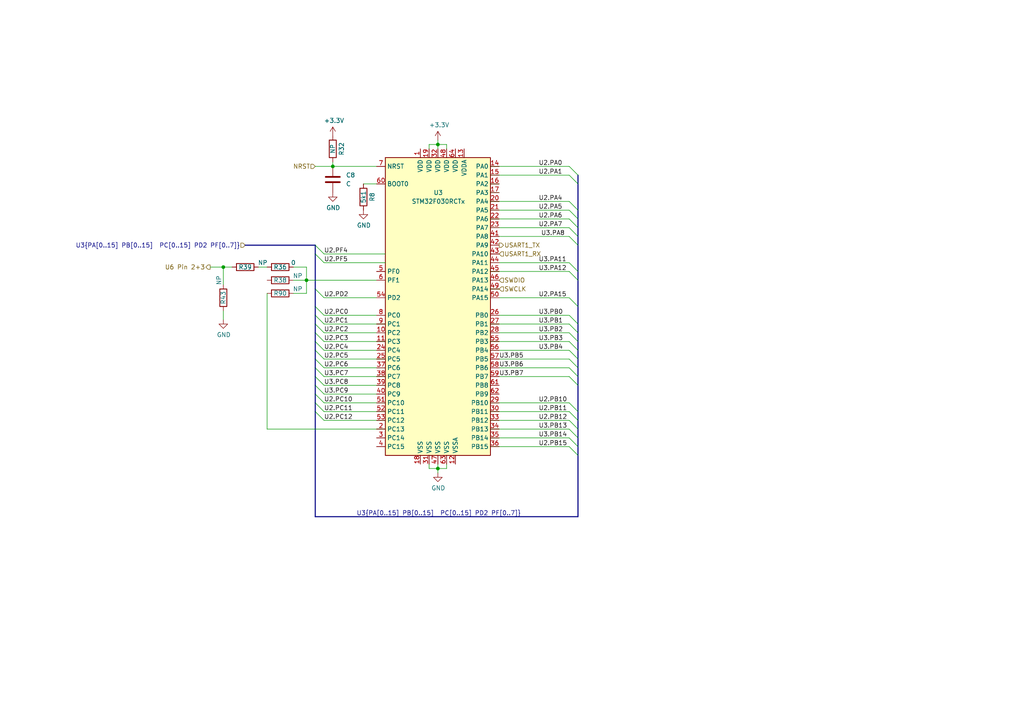
<source format=kicad_sch>
(kicad_sch (version 20211123) (generator eeschema)
  (paper "A4")
  (title_block (title "YardForce SA600H LCD CoverUI HS49067") (date "2023-08-22") (rev "0.1") (comment 1 "(c) Apehaenger") (comment 2 "For https://openmower.de") (comment 3 "PCB: WYPCB319B, WYM240128K1002") (comment 4 "LCD: WYM240128K10, 2019-12-14, HJ2818W6 A0"))
  (lib_symbols
    (symbol "Device:C" (pin_numbers hide) (pin_names (offset 0.254))
      (property "Reference" "C" (at 0.635 2.54 0))
      (property "Value" "C" (at 0.635 -2.54 0))
      (symbol "C_0_1"
        (polyline (pts (xy -2.032 -0.762) (xy 2.032 -0.762)) (stroke (width 0.508)))
        (polyline (pts (xy -2.032 0.762) (xy 2.032 0.762)) (stroke (width 0.508)))
      )
      (symbol "C_1_1"
        (pin passive line (at 0 3.81 270) (length 2.794) (name "~") (number "1"))
        (pin passive line (at 0 -3.81 90) (length 2.794) (name "~") (number "2"))
      )
    )
    (symbol "Device:R" (pin_numbers hide) (pin_names (offset 0))
      (property "Reference" "R" (at 2.032 0 90))
      (property "Value" "R" (at 0 0 90))
      (symbol "R_0_1"
        (rectangle (start -1.016 -2.54) (end 1.016 2.54) (stroke (width 0.254)))
      )
      (symbol "R_1_1"
        (pin passive line (at 0 3.81 270) (length 1.27) (name "~") (number "1"))
        (pin passive line (at 0 -3.81 90) (length 1.27) (name "~") (number "2"))
      )
    )
    (symbol "MCU_ST_STM32F0:STM32F030RCTx"
      (property "Reference" "U" (at -15.24 44.45 0))
      (property "Value" "STM32F030RCTx" (at 10.16 44.45 0))
      (symbol "STM32F030RCTx_0_1"
        (rectangle (start -15.24 -43.18) (end 15.24 43.18) (stroke (width 0.254)) (fill (type background)))
      )
      (symbol "STM32F030RCTx_1_1"
        (pin power_in line (at -5.08 45.72 270) (length 2.54) (name "VDD") (number "1"))
        (pin bidirectional line (at -17.78 -7.62 0) (length 2.54) (name "PC2") (number "10"))
        (pin bidirectional line (at -17.78 -10.16 0) (length 2.54) (name "PC3") (number "11"))
        (pin power_in line (at 5.08 -45.72 90) (length 2.54) (name "VSSA") (number "12"))
        (pin power_in line (at 7.62 45.72 270) (length 2.54) (name "VDDA") (number "13"))
        (pin bidirectional line (at 17.78 40.64 180) (length 2.54) (name "PA0") (number "14"))
        (pin bidirectional line (at 17.78 38.1 180) (length 2.54) (name "PA1") (number "15"))
        (pin bidirectional line (at 17.78 35.56 180) (length 2.54) (name "PA2") (number "16"))
        (pin bidirectional line (at 17.78 33.02 180) (length 2.54) (name "PA3") (number "17"))
        (pin power_in line (at -5.08 -45.72 90) (length 2.54) (name "VSS") (number "18"))
        (pin power_in line (at -2.54 45.72 270) (length 2.54) (name "VDD") (number "19"))
        (pin bidirectional line (at -17.78 -35.56 0) (length 2.54) (name "PC13") (number "2"))
        (pin bidirectional line (at 17.78 30.48 180) (length 2.54) (name "PA4") (number "20"))
        (pin bidirectional line (at 17.78 27.94 180) (length 2.54) (name "PA5") (number "21"))
        (pin bidirectional line (at 17.78 25.4 180) (length 2.54) (name "PA6") (number "22"))
        (pin bidirectional line (at 17.78 22.86 180) (length 2.54) (name "PA7") (number "23"))
        (pin bidirectional line (at -17.78 -12.7 0) (length 2.54) (name "PC4") (number "24"))
        (pin bidirectional line (at -17.78 -15.24 0) (length 2.54) (name "PC5") (number "25"))
        (pin bidirectional line (at 17.78 -2.54 180) (length 2.54) (name "PB0") (number "26"))
        (pin bidirectional line (at 17.78 -5.08 180) (length 2.54) (name "PB1") (number "27"))
        (pin bidirectional line (at 17.78 -7.62 180) (length 2.54) (name "PB2") (number "28"))
        (pin bidirectional line (at 17.78 -27.94 180) (length 2.54) (name "PB10") (number "29"))
        (pin bidirectional line (at -17.78 -38.1 0) (length 2.54) (name "PC14") (number "3"))
        (pin bidirectional line (at 17.78 -30.48 180) (length 2.54) (name "PB11") (number "30"))
        (pin power_in line (at -2.54 -45.72 90) (length 2.54) (name "VSS") (number "31"))
        (pin power_in line (at 0 45.72 270) (length 2.54) (name "VDD") (number "32"))
        (pin bidirectional line (at 17.78 -33.02 180) (length 2.54) (name "PB12") (number "33"))
        (pin bidirectional line (at 17.78 -35.56 180) (length 2.54) (name "PB13") (number "34"))
        (pin bidirectional line (at 17.78 -38.1 180) (length 2.54) (name "PB14") (number "35"))
        (pin bidirectional line (at 17.78 -40.64 180) (length 2.54) (name "PB15") (number "36"))
        (pin bidirectional line (at -17.78 -17.78 0) (length 2.54) (name "PC6") (number "37"))
        (pin bidirectional line (at -17.78 -20.32 0) (length 2.54) (name "PC7") (number "38"))
        (pin bidirectional line (at -17.78 -22.86 0) (length 2.54) (name "PC8") (number "39"))
        (pin bidirectional line (at -17.78 -40.64 0) (length 2.54) (name "PC15") (number "4"))
        (pin bidirectional line (at -17.78 -25.4 0) (length 2.54) (name "PC9") (number "40"))
        (pin bidirectional line (at 17.78 20.32 180) (length 2.54) (name "PA8") (number "41"))
        (pin bidirectional line (at 17.78 17.78 180) (length 2.54) (name "PA9") (number "42"))
        (pin bidirectional line (at 17.78 15.24 180) (length 2.54) (name "PA10") (number "43"))
        (pin bidirectional line (at 17.78 12.7 180) (length 2.54) (name "PA11") (number "44"))
        (pin bidirectional line (at 17.78 10.16 180) (length 2.54) (name "PA12") (number "45"))
        (pin bidirectional line (at 17.78 7.62 180) (length 2.54) (name "PA13") (number "46"))
        (pin power_in line (at 0 -45.72 90) (length 2.54) (name "VSS") (number "47"))
        (pin power_in line (at 2.54 45.72 270) (length 2.54) (name "VDD") (number "48"))
        (pin bidirectional line (at 17.78 5.08 180) (length 2.54) (name "PA14") (number "49"))
        (pin input line (at -17.78 10.16 0) (length 2.54) (name "PF0") (number "5"))
        (pin bidirectional line (at 17.78 2.54 180) (length 2.54) (name "PA15") (number "50"))
        (pin bidirectional line (at -17.78 -27.94 0) (length 2.54) (name "PC10") (number "51"))
        (pin bidirectional line (at -17.78 -30.48 0) (length 2.54) (name "PC11") (number "52"))
        (pin bidirectional line (at -17.78 -33.02 0) (length 2.54) (name "PC12") (number "53"))
        (pin bidirectional line (at -17.78 2.54 0) (length 2.54) (name "PD2") (number "54"))
        (pin bidirectional line (at 17.78 -10.16 180) (length 2.54) (name "PB3") (number "55"))
        (pin bidirectional line (at 17.78 -12.7 180) (length 2.54) (name "PB4") (number "56"))
        (pin bidirectional line (at 17.78 -15.24 180) (length 2.54) (name "PB5") (number "57"))
        (pin bidirectional line (at 17.78 -17.78 180) (length 2.54) (name "PB6") (number "58"))
        (pin bidirectional line (at 17.78 -20.32 180) (length 2.54) (name "PB7") (number "59"))
        (pin input line (at -17.78 7.62 0) (length 2.54) (name "PF1") (number "6"))
        (pin input line (at -17.78 35.56 0) (length 2.54) (name "BOOT0") (number "60"))
        (pin bidirectional line (at 17.78 -22.86 180) (length 2.54) (name "PB8") (number "61"))
        (pin bidirectional line (at 17.78 -25.4 180) (length 2.54) (name "PB9") (number "62"))
        (pin power_in line (at 2.54 -45.72 90) (length 2.54) (name "VSS") (number "63"))
        (pin power_in line (at 5.08 45.72 270) (length 2.54) (name "VDD") (number "64"))
        (pin input line (at -17.78 40.64 0) (length 2.54) (name "NRST") (number "7"))
        (pin bidirectional line (at -17.78 -2.54 0) (length 2.54) (name "PC0") (number "8"))
        (pin bidirectional line (at -17.78 -5.08 0) (length 2.54) (name "PC1") (number "9"))
      )
    )
    (symbol "power:+3.3V" (power) (pin_names (offset 0))
      (property "Value" "+3.3V" (at 0 3.556 0))
      (symbol "+3.3V_0_1"
        (polyline (pts (xy -0.762 1.27) (xy 0 2.54)))
        (polyline (pts (xy 0 0) (xy 0 2.54)))
        (polyline (pts (xy 0 2.54) (xy 0.762 1.27)))
      )
      (symbol "+3.3V_1_1"
        (pin power_in line (at 0 0 90) (length 0) hide (name "+3.3V") (number "1"))
      )
    )
    (symbol "power:GND" (power) (pin_names (offset 0))
      (property "Value" "GND" (at 0 -3.81 0))
      (symbol "GND_0_1"
        (polyline (pts (xy 0 0) (xy 0 -1.27) (xy 1.27 -1.27) (xy 0 -2.54) (xy -1.27 -1.27) (xy 0 -1.27)))
      )
      (symbol "GND_1_1"
        (pin power_in line (at 0 0 270) (length 0) hide (name "GND") (number "1"))
      )
    )
  )
  (junction (at 127 135.89))
  (junction (at 127 41.91))
  (junction (at 88.9 81.28))
  (junction (at 64.77 77.47))
  (junction (at 96.52 48.26))
  (bus_entry (at 167.64 119.38) (size -2.54 -2.54))
  (bus_entry (at 167.64 99.06) (size -2.54 -2.54))
  (bus_entry (at 91.44 109.22) (size 2.54 2.54))
  (bus_entry (at 167.64 63.5) (size -2.54 -2.54))
  (bus_entry (at 91.44 73.66) (size 2.54 2.54))
  (bus_entry (at 91.44 91.44) (size 2.54 2.54))
  (bus_entry (at 167.64 132.08) (size -2.54 -2.54))
  (bus_entry (at 167.64 53.34) (size -2.54 -2.54))
  (bus_entry (at 167.64 121.92) (size -2.54 -2.54))
  (bus_entry (at 91.44 119.38) (size 2.54 2.54))
  (bus_entry (at 91.44 83.82) (size 2.54 2.54))
  (bus_entry (at 167.64 68.58) (size -2.54 -2.54))
  (bus_entry (at 167.64 60.96) (size -2.54 -2.54))
  (bus_entry (at 167.64 111.76) (size -2.54 -2.54))
  (bus_entry (at 167.64 124.46) (size -2.54 -2.54))
  (bus_entry (at 167.64 50.8) (size -2.54 -2.54))
  (bus_entry (at 167.64 88.9) (size -2.54 -2.54))
  (bus_entry (at 167.64 106.68) (size -2.54 -2.54))
  (bus_entry (at 167.64 66.04) (size -2.54 -2.54))
  (bus_entry (at 91.44 101.6) (size 2.54 2.54))
  (bus_entry (at 91.44 104.14) (size 2.54 2.54))
  (bus_entry (at 91.44 96.52) (size 2.54 2.54))
  (bus_entry (at 165.1 78.74) (size 2.54 2.54))
  (bus_entry (at 167.64 101.6) (size -2.54 -2.54))
  (bus_entry (at 167.64 127) (size -2.54 -2.54))
  (bus_entry (at 91.44 106.68) (size 2.54 2.54))
  (bus_entry (at 91.44 93.98) (size 2.54 2.54))
  (bus_entry (at 167.64 71.12) (size -2.54 -2.54))
  (bus_entry (at 167.64 93.98) (size -2.54 -2.54))
  (bus_entry (at 91.44 88.9) (size 2.54 2.54))
  (bus_entry (at 91.44 116.84) (size 2.54 2.54))
  (bus_entry (at 167.64 96.52) (size -2.54 -2.54))
  (bus_entry (at 91.44 71.12) (size 2.54 2.54))
  (bus_entry (at 91.44 99.06) (size 2.54 2.54))
  (bus_entry (at 167.64 78.74) (size -2.54 -2.54))
  (bus_entry (at 167.64 109.22) (size -2.54 -2.54))
  (bus_entry (at 167.64 129.54) (size -2.54 -2.54))
  (bus_entry (at 167.64 104.14) (size -2.54 -2.54))
  (bus_entry (at 91.44 111.76) (size 2.54 2.54))
  (bus_entry (at 91.44 114.3) (size 2.54 2.54))
  (wire (pts (xy 142.24 81.28) (xy 144.78 81.28)))
  (bus (pts (xy 167.64 93.98) (xy 167.64 96.52)))
  (wire (pts (xy 93.98 111.76) (xy 111.76 111.76)))
  (bus (pts (xy 167.64 88.9) (xy 167.64 93.98)))
  (wire (pts (xy 142.24 121.92) (xy 165.1 121.92)))
  (wire (pts (xy 93.98 109.22) (xy 111.76 109.22)))
  (bus (pts (xy 167.64 121.92) (xy 167.64 124.46)))
  (bus (pts (xy 167.64 50.8) (xy 167.64 53.34)))
  (wire (pts (xy 142.24 101.6) (xy 165.1 101.6)))
  (wire (pts (xy 129.54 41.91) (xy 127 41.91)))
  (bus (pts (xy 167.64 124.46) (xy 167.64 127)))
  (bus (pts (xy 91.44 119.38) (xy 91.44 149.86)))
  (bus (pts (xy 167.64 71.12) (xy 167.64 78.74)))
  (wire (pts (xy 142.24 60.96) (xy 165.1 60.96)))
  (bus (pts (xy 91.44 116.84) (xy 91.44 119.38)))
  (wire (pts (xy 129.54 134.62) (xy 129.54 135.89)))
  (wire (pts (xy 142.24 50.8) (xy 165.1 50.8)))
  (wire (pts (xy 142.24 78.74) (xy 165.1 78.74)))
  (bus (pts (xy 167.64 101.6) (xy 167.64 104.14)))
  (wire (pts (xy 64.77 90.17) (xy 64.77 92.71)))
  (wire (pts (xy 142.24 93.98) (xy 165.1 93.98)))
  (wire (pts (xy 93.98 104.14) (xy 111.76 104.14)))
  (wire (pts (xy 85.09 81.28) (xy 88.9 81.28)))
  (bus (pts (xy 167.64 149.86) (xy 91.44 149.86)))
  (bus (pts (xy 71.12 71.12) (xy 91.44 71.12)))
  (wire (pts (xy 142.24 99.06) (xy 165.1 99.06)))
  (bus (pts (xy 167.64 66.04) (xy 167.64 68.58)))
  (wire (pts (xy 93.98 116.84) (xy 111.76 116.84)))
  (bus (pts (xy 91.44 104.14) (xy 91.44 106.68)))
  (wire (pts (xy 93.98 91.44) (xy 111.76 91.44)))
  (wire (pts (xy 124.46 41.91) (xy 127 41.91)))
  (wire (pts (xy 142.24 66.04) (xy 165.1 66.04)))
  (wire (pts (xy 96.52 46.99) (xy 96.52 48.26)))
  (wire (pts (xy 93.98 121.92) (xy 111.76 121.92)))
  (wire (pts (xy 77.47 85.09) (xy 77.47 124.46)))
  (wire (pts (xy 64.77 77.47) (xy 64.77 82.55)))
  (wire (pts (xy 142.24 119.38) (xy 165.1 119.38)))
  (wire (pts (xy 93.98 114.3) (xy 109.22 114.3)))
  (wire (pts (xy 142.24 76.2) (xy 165.1 76.2)))
  (wire (pts (xy 88.9 85.09) (xy 85.09 85.09)))
  (wire (pts (xy 60.96 77.47) (xy 64.77 77.47)))
  (wire (pts (xy 88.9 77.47) (xy 88.9 81.28)))
  (wire (pts (xy 93.98 101.6) (xy 111.76 101.6)))
  (bus (pts (xy 91.44 88.9) (xy 91.44 91.44)))
  (wire (pts (xy 127 135.89) (xy 127 137.16)))
  (bus (pts (xy 167.64 106.68) (xy 167.64 109.22)))
  (bus (pts (xy 167.64 129.54) (xy 167.64 132.08)))
  (bus (pts (xy 167.64 60.96) (xy 167.64 63.5)))
  (wire (pts (xy 142.24 63.5) (xy 165.1 63.5)))
  (wire (pts (xy 93.98 99.06) (xy 111.76 99.06)))
  (wire (pts (xy 129.54 43.18) (xy 129.54 41.91)))
  (wire (pts (xy 127 41.91) (xy 127 40.64)))
  (wire (pts (xy 142.24 83.82) (xy 144.78 83.82)))
  (wire (pts (xy 91.44 48.26) (xy 96.52 48.26)))
  (wire (pts (xy 124.46 135.89) (xy 127 135.89)))
  (bus (pts (xy 167.64 109.22) (xy 167.64 111.76)))
  (wire (pts (xy 142.24 53.34) (xy 144.78 53.34)))
  (wire (pts (xy 88.9 81.28) (xy 111.76 81.28)))
  (bus (pts (xy 167.64 68.58) (xy 167.64 71.12)))
  (bus (pts (xy 167.64 63.5) (xy 167.64 66.04)))
  (bus (pts (xy 91.44 99.06) (xy 91.44 101.6)))
  (bus (pts (xy 91.44 114.3) (xy 91.44 116.84)))
  (bus (pts (xy 91.44 73.66) (xy 91.44 83.82)))
  (wire (pts (xy 142.24 127) (xy 165.1 127)))
  (wire (pts (xy 93.98 73.66) (xy 111.76 73.66)))
  (wire (pts (xy 142.24 116.84) (xy 165.1 116.84)))
  (bus (pts (xy 91.44 101.6) (xy 91.44 104.14)))
  (bus (pts (xy 167.64 96.52) (xy 167.64 99.06)))
  (wire (pts (xy 129.54 135.89) (xy 127 135.89)))
  (bus (pts (xy 167.64 78.74) (xy 167.64 81.28)))
  (wire (pts (xy 93.98 106.68) (xy 111.76 106.68)))
  (wire (pts (xy 142.24 58.42) (xy 165.1 58.42)))
  (wire (pts (xy 144.78 106.68) (xy 165.1 106.68)))
  (bus (pts (xy 167.64 132.08) (xy 167.64 149.86)))
  (wire (pts (xy 142.24 48.26) (xy 165.1 48.26)))
  (bus (pts (xy 91.44 96.52) (xy 91.44 99.06)))
  (wire (pts (xy 142.24 96.52) (xy 165.1 96.52)))
  (bus (pts (xy 167.64 111.76) (xy 167.64 119.38)))
  (wire (pts (xy 127 134.62) (xy 127 135.89)))
  (wire (pts (xy 142.24 124.46) (xy 165.1 124.46)))
  (bus (pts (xy 91.44 83.82) (xy 91.44 88.9)))
  (bus (pts (xy 91.44 109.22) (xy 91.44 111.76)))
  (wire (pts (xy 96.52 48.26) (xy 109.22 48.26)))
  (wire (pts (xy 142.24 86.36) (xy 165.1 86.36)))
  (wire (pts (xy 93.98 86.36) (xy 111.76 86.36)))
  (wire (pts (xy 93.98 119.38) (xy 111.76 119.38)))
  (bus (pts (xy 167.64 53.34) (xy 167.64 60.96)))
  (wire (pts (xy 74.93 77.47) (xy 77.47 77.47)))
  (bus (pts (xy 167.64 104.14) (xy 167.64 106.68)))
  (wire (pts (xy 124.46 43.18) (xy 124.46 41.91)))
  (wire (pts (xy 142.24 55.88) (xy 144.78 55.88)))
  (bus (pts (xy 167.64 127) (xy 167.64 129.54)))
  (bus (pts (xy 167.64 99.06) (xy 167.64 101.6)))
  (wire (pts (xy 144.78 109.22) (xy 165.1 109.22)))
  (bus (pts (xy 167.64 119.38) (xy 167.64 121.92)))
  (bus (pts (xy 167.64 81.28) (xy 167.64 88.9)))
  (wire (pts (xy 105.41 53.34) (xy 109.22 53.34)))
  (bus (pts (xy 91.44 106.68) (xy 91.44 109.22)))
  (wire (pts (xy 77.47 124.46) (xy 111.76 124.46)))
  (wire (pts (xy 127 41.91) (xy 127 43.18)))
  (wire (pts (xy 93.98 76.2) (xy 111.76 76.2)))
  (wire (pts (xy 85.09 77.47) (xy 88.9 77.47)))
  (wire (pts (xy 88.9 81.28) (xy 88.9 85.09)))
  (wire (pts (xy 142.24 91.44) (xy 165.1 91.44)))
  (wire (pts (xy 142.24 129.54) (xy 165.1 129.54)))
  (bus (pts (xy 91.44 71.12) (xy 91.44 73.66)))
  (wire (pts (xy 93.98 93.98) (xy 111.76 93.98)))
  (wire (pts (xy 144.78 104.14) (xy 165.1 104.14)))
  (bus (pts (xy 91.44 111.76) (xy 91.44 114.3)))
  (wire (pts (xy 124.46 134.62) (xy 124.46 135.89)))
  (wire (pts (xy 93.98 96.52) (xy 111.76 96.52)))
  (wire (pts (xy 144.78 68.58) (xy 165.1 68.58)))
  (bus (pts (xy 91.44 93.98) (xy 91.44 96.52)))
  (bus (pts (xy 91.44 91.44) (xy 91.44 93.98)))
  (wire (pts (xy 64.77 77.47) (xy 67.31 77.47)))
  (label "U3.PB0" (at 156.21 91.44 0))
  (label "U3.PB6" (at 144.78 106.68 0))
  (label "U3.PA8" (at 163.83 68.58 180))
  (label "U2.PD2" (at 93.98 86.36 0))
  (label "U2.PA5" (at 156.21 60.96 0))
  (label "U2.PA7" (at 156.21 66.04 0))
  (label "U2.PC2" (at 93.98 96.52 0))
  (label "U3.PB3" (at 156.21 99.06 0))
  (label "U3.PC7" (at 93.98 109.22 0))
  (label "U2.PA0" (at 156.21 48.26 0))
  (label "U3.PB5" (at 144.78 104.14 0))
  (label "U3{PA[0..15] PB[0..15]  PC[0..15] PD2 PF[0..7]}" (at 151.13 149.86 180))
  (label "U2.PB15" (at 156.21 129.54 0))
  (label "U2.PB11" (at 156.21 119.38 0))
  (label "U2.PA6" (at 156.21 63.5 0))
  (label "U2.PC10" (at 93.98 116.84 0))
  (label "U2.PC4" (at 93.98 101.6 0))
  (label "U2.PF4" (at 93.98 73.66 0))
  (label "U3.PB1" (at 156.21 93.98 0))
  (label "U2.PC1" (at 93.98 93.98 0))
  (label "U2.PC11" (at 93.98 119.38 0))
  (label "U3.PB4" (at 156.21 101.6 0))
  (label "U3.PB7" (at 144.78 109.22 0))
  (label "U2.PA4" (at 156.21 58.42 0))
  (label "U2.PC3" (at 93.98 99.06 0))
  (label "U2.PF5" (at 93.98 76.2 0))
  (label "U2.PC0" (at 93.98 91.44 0))
  (label "U2.PC6" (at 93.98 106.68 0))
  (label "U3.PA11" (at 156.21 76.2 0))
  (label "U2.PC5" (at 93.98 104.14 0))
  (label "U3.PB14" (at 156.21 127 0))
  (label "U2.PB12" (at 156.21 121.92 0))
  (label "U3.PC9" (at 93.98 114.3 0))
  (label "U3.PA12" (at 156.21 78.74 0))
  (label "U2.PA1" (at 156.21 50.8 0))
  (label "U2.PA15" (at 156.21 86.36 0))
  (label "U3.PB2" (at 156.21 96.52 0))
  (label "U3.PB13" (at 156.21 124.46 0))
  (label "U3.PC8" (at 93.98 111.76 0))
  (label "U2.PC12" (at 93.98 121.92 0))
  (label "U2.PB10" (at 156.21 116.84 0))
  (hierarchical_label "SWCLK" (shape input) (at 144.78 83.82 0))
  (hierarchical_label "NRST" (shape input) (at 91.44 48.26 180))
  (hierarchical_label "USART1_TX" (shape output) (at 144.78 71.12 0))
  (hierarchical_label "U3{PA[0..15] PB[0..15]  PC[0..15] PD2 PF[0..7]}" (shape input) (at 71.12 71.12 180))
  (hierarchical_label "SWDIO" (shape input) (at 144.78 81.28 0))
  (hierarchical_label "U6 Pin 2+3" (shape output) (at 60.96 77.47 180))
  (hierarchical_label "USART1_RX" (shape input) (at 144.78 73.66 0))
  (symbol (lib_id "power:+3.3V") (at 96.52 39.37 0) (unit 1)
    (property "Reference" "#PWR?" (effects hide))
    (property "Value" "+3.3V" (at 96.901 34.9758 0))
  )
  (symbol (lib_id "power:GND") (at 64.77 92.71 0) (unit 1)
    (property "Reference" "#PWR?" (effects hide))
    (property "Value" "GND" (at 64.897 97.1042 0))
  )
  (symbol (lib_id "Device:R") (at 81.28 85.09 90) (unit 1)
    (property "Reference" "R90" (at 81.28 85.09 90))
    (property "Value" "NP" (at 86.36 83.82 90))
  )
  (symbol (lib_id "Device:R") (at 96.52 43.18 180) (unit 1)
    (property "Reference" "R32" (at 99.06 43.18 90))
    (property "Value" "NP" (at 96.52 43.18 90))
  )
  (symbol (lib_id "Device:R") (at 105.41 57.15 180) (unit 1)
    (property "Reference" "R8" (at 107.95 57.15 90))
    (property "Value" "5k1" (at 105.41 57.15 90))
  )
  (symbol (lib_id "Device:R") (at 71.12 77.47 90) (unit 1)
    (property "Reference" "R39" (at 71.12 77.47 90))
    (property "Value" "NP" (at 76.2 76.2 90))
  )
  (symbol (lib_id "power:+3.3V") (at 127 40.64 0) (unit 1)
    (property "Reference" "#PWR?" (effects hide))
    (property "Value" "+3.3V" (at 127.381 36.2458 0))
  )
  (symbol (lib_id "Device:R") (at 81.28 77.47 90) (unit 1)
    (property "Reference" "R36" (at 81.28 77.47 90))
    (property "Value" "0" (at 85.09 76.2 90))
  )
  (symbol (lib_id "power:GND") (at 127 137.16 0) (unit 1)
    (property "Reference" "#PWR?" (effects hide))
    (property "Value" "GND" (at 127.127 141.5542 0))
  )
  (symbol (lib_id "MCU_ST_STM32F0:STM32F030RCTx") (at 127 88.9 0) (unit 1)
    (property "Reference" "U3" (at 125.73 55.88 0) (effects (justify left)))
    (property "Value" "STM32F030RCTx" (at 119.38 58.42 0) (effects (justify left)))
    (property "Footprint" "Package_QFP:LQFP-64_10x10mm_P0.5mm" (effects hide))
    (property "Datasheet" "http://www.st.com/st-web-ui/static/active/en/resource/technical/document/datasheet/DM00088500.pdf" (effects hide))
  )
  (symbol (lib_id "power:GND") (at 96.52 55.88 0) (unit 1)
    (property "Reference" "#PWR?" (effects hide))
    (property "Value" "GND" (at 96.647 60.2742 0))
  )
  (symbol (lib_id "Device:R") (at 64.77 86.36 180) (unit 1)
    (property "Reference" "R43" (at 64.77 86.36 90))
    (property "Value" "NP" (at 63.5 81.28 90))
  )
  (symbol (lib_id "Device:R") (at 81.28 81.28 90) (unit 1)
    (property "Reference" "R38" (at 81.28 81.28 90))
    (property "Value" "NP" (at 86.36 80.01 90))
  )
  (symbol (lib_id "power:GND") (at 105.41 60.96 0) (unit 1)
    (property "Reference" "#PWR?" (effects hide))
    (property "Value" "GND" (at 105.537 65.3542 0))
  )
  (symbol (lib_id "Device:C") (at 96.52 52.07 0) (unit 1)
    (property "Reference" "C8" (at 100.33 50.7999 0) (effects (justify left)))
    (property "Value" "C" (at 100.33 53.3399 0) (effects (justify left)))
  )
)
</source>
